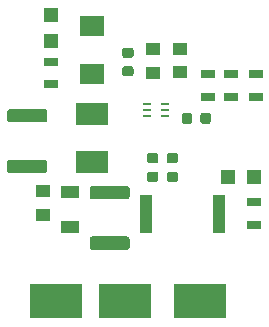
<source format=gtp>
G04 #@! TF.GenerationSoftware,KiCad,Pcbnew,(5.1.4-0-10_14)*
G04 #@! TF.CreationDate,2020-02-13T02:06:37-05:00*
G04 #@! TF.ProjectId,Buck_HighCurrent,4275636b-5f48-4696-9768-43757272656e,rev?*
G04 #@! TF.SameCoordinates,Original*
G04 #@! TF.FileFunction,Paste,Top*
G04 #@! TF.FilePolarity,Positive*
%FSLAX46Y46*%
G04 Gerber Fmt 4.6, Leading zero omitted, Abs format (unit mm)*
G04 Created by KiCad (PCBNEW (5.1.4-0-10_14)) date 2020-02-13 02:06:37*
%MOMM*%
%LPD*%
G04 APERTURE LIST*
%ADD10C,0.100000*%
%ADD11C,0.875000*%
%ADD12R,1.250000X1.000000*%
%ADD13R,1.600000X1.000000*%
%ADD14C,1.125000*%
%ADD15R,2.159000X1.778000*%
%ADD16R,1.200000X1.200000*%
%ADD17R,2.692400X1.981200*%
%ADD18R,1.300000X0.700000*%
%ADD19R,1.000000X3.200000*%
%ADD20R,0.700000X0.200000*%
%ADD21R,4.500000X3.000000*%
G04 APERTURE END LIST*
D10*
G36*
X107447911Y-116614473D02*
G01*
X107469146Y-116617623D01*
X107489970Y-116622839D01*
X107510182Y-116630071D01*
X107529588Y-116639250D01*
X107548001Y-116650286D01*
X107565244Y-116663074D01*
X107581150Y-116677490D01*
X107595566Y-116693396D01*
X107608354Y-116710639D01*
X107619390Y-116729052D01*
X107628569Y-116748458D01*
X107635801Y-116768670D01*
X107641017Y-116789494D01*
X107644167Y-116810729D01*
X107645220Y-116832170D01*
X107645220Y-117269670D01*
X107644167Y-117291111D01*
X107641017Y-117312346D01*
X107635801Y-117333170D01*
X107628569Y-117353382D01*
X107619390Y-117372788D01*
X107608354Y-117391201D01*
X107595566Y-117408444D01*
X107581150Y-117424350D01*
X107565244Y-117438766D01*
X107548001Y-117451554D01*
X107529588Y-117462590D01*
X107510182Y-117471769D01*
X107489970Y-117479001D01*
X107469146Y-117484217D01*
X107447911Y-117487367D01*
X107426470Y-117488420D01*
X106913970Y-117488420D01*
X106892529Y-117487367D01*
X106871294Y-117484217D01*
X106850470Y-117479001D01*
X106830258Y-117471769D01*
X106810852Y-117462590D01*
X106792439Y-117451554D01*
X106775196Y-117438766D01*
X106759290Y-117424350D01*
X106744874Y-117408444D01*
X106732086Y-117391201D01*
X106721050Y-117372788D01*
X106711871Y-117353382D01*
X106704639Y-117333170D01*
X106699423Y-117312346D01*
X106696273Y-117291111D01*
X106695220Y-117269670D01*
X106695220Y-116832170D01*
X106696273Y-116810729D01*
X106699423Y-116789494D01*
X106704639Y-116768670D01*
X106711871Y-116748458D01*
X106721050Y-116729052D01*
X106732086Y-116710639D01*
X106744874Y-116693396D01*
X106759290Y-116677490D01*
X106775196Y-116663074D01*
X106792439Y-116650286D01*
X106810852Y-116639250D01*
X106830258Y-116630071D01*
X106850470Y-116622839D01*
X106871294Y-116617623D01*
X106892529Y-116614473D01*
X106913970Y-116613420D01*
X107426470Y-116613420D01*
X107447911Y-116614473D01*
X107447911Y-116614473D01*
G37*
D11*
X107170220Y-117050920D03*
D10*
G36*
X107447911Y-115039473D02*
G01*
X107469146Y-115042623D01*
X107489970Y-115047839D01*
X107510182Y-115055071D01*
X107529588Y-115064250D01*
X107548001Y-115075286D01*
X107565244Y-115088074D01*
X107581150Y-115102490D01*
X107595566Y-115118396D01*
X107608354Y-115135639D01*
X107619390Y-115154052D01*
X107628569Y-115173458D01*
X107635801Y-115193670D01*
X107641017Y-115214494D01*
X107644167Y-115235729D01*
X107645220Y-115257170D01*
X107645220Y-115694670D01*
X107644167Y-115716111D01*
X107641017Y-115737346D01*
X107635801Y-115758170D01*
X107628569Y-115778382D01*
X107619390Y-115797788D01*
X107608354Y-115816201D01*
X107595566Y-115833444D01*
X107581150Y-115849350D01*
X107565244Y-115863766D01*
X107548001Y-115876554D01*
X107529588Y-115887590D01*
X107510182Y-115896769D01*
X107489970Y-115904001D01*
X107469146Y-115909217D01*
X107447911Y-115912367D01*
X107426470Y-115913420D01*
X106913970Y-115913420D01*
X106892529Y-115912367D01*
X106871294Y-115909217D01*
X106850470Y-115904001D01*
X106830258Y-115896769D01*
X106810852Y-115887590D01*
X106792439Y-115876554D01*
X106775196Y-115863766D01*
X106759290Y-115849350D01*
X106744874Y-115833444D01*
X106732086Y-115816201D01*
X106721050Y-115797788D01*
X106711871Y-115778382D01*
X106704639Y-115758170D01*
X106699423Y-115737346D01*
X106696273Y-115716111D01*
X106695220Y-115694670D01*
X106695220Y-115257170D01*
X106696273Y-115235729D01*
X106699423Y-115214494D01*
X106704639Y-115193670D01*
X106711871Y-115173458D01*
X106721050Y-115154052D01*
X106732086Y-115135639D01*
X106744874Y-115118396D01*
X106759290Y-115102490D01*
X106775196Y-115088074D01*
X106792439Y-115075286D01*
X106810852Y-115064250D01*
X106830258Y-115055071D01*
X106850470Y-115047839D01*
X106871294Y-115042623D01*
X106892529Y-115039473D01*
X106913970Y-115038420D01*
X107426470Y-115038420D01*
X107447911Y-115039473D01*
X107447911Y-115039473D01*
G37*
D11*
X107170220Y-115475920D03*
D12*
X109308900Y-115199920D03*
X109308900Y-117199920D03*
X111574580Y-117151660D03*
X111574580Y-115151660D03*
D10*
G36*
X112416651Y-120551973D02*
G01*
X112437886Y-120555123D01*
X112458710Y-120560339D01*
X112478922Y-120567571D01*
X112498328Y-120576750D01*
X112516741Y-120587786D01*
X112533984Y-120600574D01*
X112549890Y-120614990D01*
X112564306Y-120630896D01*
X112577094Y-120648139D01*
X112588130Y-120666552D01*
X112597309Y-120685958D01*
X112604541Y-120706170D01*
X112609757Y-120726994D01*
X112612907Y-120748229D01*
X112613960Y-120769670D01*
X112613960Y-121282170D01*
X112612907Y-121303611D01*
X112609757Y-121324846D01*
X112604541Y-121345670D01*
X112597309Y-121365882D01*
X112588130Y-121385288D01*
X112577094Y-121403701D01*
X112564306Y-121420944D01*
X112549890Y-121436850D01*
X112533984Y-121451266D01*
X112516741Y-121464054D01*
X112498328Y-121475090D01*
X112478922Y-121484269D01*
X112458710Y-121491501D01*
X112437886Y-121496717D01*
X112416651Y-121499867D01*
X112395210Y-121500920D01*
X111957710Y-121500920D01*
X111936269Y-121499867D01*
X111915034Y-121496717D01*
X111894210Y-121491501D01*
X111873998Y-121484269D01*
X111854592Y-121475090D01*
X111836179Y-121464054D01*
X111818936Y-121451266D01*
X111803030Y-121436850D01*
X111788614Y-121420944D01*
X111775826Y-121403701D01*
X111764790Y-121385288D01*
X111755611Y-121365882D01*
X111748379Y-121345670D01*
X111743163Y-121324846D01*
X111740013Y-121303611D01*
X111738960Y-121282170D01*
X111738960Y-120769670D01*
X111740013Y-120748229D01*
X111743163Y-120726994D01*
X111748379Y-120706170D01*
X111755611Y-120685958D01*
X111764790Y-120666552D01*
X111775826Y-120648139D01*
X111788614Y-120630896D01*
X111803030Y-120614990D01*
X111818936Y-120600574D01*
X111836179Y-120587786D01*
X111854592Y-120576750D01*
X111873998Y-120567571D01*
X111894210Y-120560339D01*
X111915034Y-120555123D01*
X111936269Y-120551973D01*
X111957710Y-120550920D01*
X112395210Y-120550920D01*
X112416651Y-120551973D01*
X112416651Y-120551973D01*
G37*
D11*
X112176460Y-121025920D03*
D10*
G36*
X113991651Y-120551973D02*
G01*
X114012886Y-120555123D01*
X114033710Y-120560339D01*
X114053922Y-120567571D01*
X114073328Y-120576750D01*
X114091741Y-120587786D01*
X114108984Y-120600574D01*
X114124890Y-120614990D01*
X114139306Y-120630896D01*
X114152094Y-120648139D01*
X114163130Y-120666552D01*
X114172309Y-120685958D01*
X114179541Y-120706170D01*
X114184757Y-120726994D01*
X114187907Y-120748229D01*
X114188960Y-120769670D01*
X114188960Y-121282170D01*
X114187907Y-121303611D01*
X114184757Y-121324846D01*
X114179541Y-121345670D01*
X114172309Y-121365882D01*
X114163130Y-121385288D01*
X114152094Y-121403701D01*
X114139306Y-121420944D01*
X114124890Y-121436850D01*
X114108984Y-121451266D01*
X114091741Y-121464054D01*
X114073328Y-121475090D01*
X114053922Y-121484269D01*
X114033710Y-121491501D01*
X114012886Y-121496717D01*
X113991651Y-121499867D01*
X113970210Y-121500920D01*
X113532710Y-121500920D01*
X113511269Y-121499867D01*
X113490034Y-121496717D01*
X113469210Y-121491501D01*
X113448998Y-121484269D01*
X113429592Y-121475090D01*
X113411179Y-121464054D01*
X113393936Y-121451266D01*
X113378030Y-121436850D01*
X113363614Y-121420944D01*
X113350826Y-121403701D01*
X113339790Y-121385288D01*
X113330611Y-121365882D01*
X113323379Y-121345670D01*
X113318163Y-121324846D01*
X113315013Y-121303611D01*
X113313960Y-121282170D01*
X113313960Y-120769670D01*
X113315013Y-120748229D01*
X113318163Y-120726994D01*
X113323379Y-120706170D01*
X113330611Y-120685958D01*
X113339790Y-120666552D01*
X113350826Y-120648139D01*
X113363614Y-120630896D01*
X113378030Y-120614990D01*
X113393936Y-120600574D01*
X113411179Y-120587786D01*
X113429592Y-120576750D01*
X113448998Y-120567571D01*
X113469210Y-120560339D01*
X113490034Y-120555123D01*
X113511269Y-120551973D01*
X113532710Y-120550920D01*
X113970210Y-120550920D01*
X113991651Y-120551973D01*
X113991651Y-120551973D01*
G37*
D11*
X113751460Y-121025920D03*
D12*
X100007420Y-127226820D03*
X100007420Y-129226820D03*
D13*
X102270560Y-127250060D03*
X102270560Y-130250060D03*
D10*
G36*
X107097865Y-126765004D02*
G01*
X107122133Y-126768604D01*
X107145932Y-126774565D01*
X107169031Y-126782830D01*
X107191210Y-126793320D01*
X107212253Y-126805932D01*
X107231959Y-126820547D01*
X107250137Y-126837023D01*
X107266613Y-126855201D01*
X107281228Y-126874907D01*
X107293840Y-126895950D01*
X107304330Y-126918129D01*
X107312595Y-126941228D01*
X107318556Y-126965027D01*
X107322156Y-126989295D01*
X107323360Y-127013799D01*
X107323360Y-127638801D01*
X107322156Y-127663305D01*
X107318556Y-127687573D01*
X107312595Y-127711372D01*
X107304330Y-127734471D01*
X107293840Y-127756650D01*
X107281228Y-127777693D01*
X107266613Y-127797399D01*
X107250137Y-127815577D01*
X107231959Y-127832053D01*
X107212253Y-127846668D01*
X107191210Y-127859280D01*
X107169031Y-127869770D01*
X107145932Y-127878035D01*
X107122133Y-127883996D01*
X107097865Y-127887596D01*
X107073361Y-127888800D01*
X104173359Y-127888800D01*
X104148855Y-127887596D01*
X104124587Y-127883996D01*
X104100788Y-127878035D01*
X104077689Y-127869770D01*
X104055510Y-127859280D01*
X104034467Y-127846668D01*
X104014761Y-127832053D01*
X103996583Y-127815577D01*
X103980107Y-127797399D01*
X103965492Y-127777693D01*
X103952880Y-127756650D01*
X103942390Y-127734471D01*
X103934125Y-127711372D01*
X103928164Y-127687573D01*
X103924564Y-127663305D01*
X103923360Y-127638801D01*
X103923360Y-127013799D01*
X103924564Y-126989295D01*
X103928164Y-126965027D01*
X103934125Y-126941228D01*
X103942390Y-126918129D01*
X103952880Y-126895950D01*
X103965492Y-126874907D01*
X103980107Y-126855201D01*
X103996583Y-126837023D01*
X104014761Y-126820547D01*
X104034467Y-126805932D01*
X104055510Y-126793320D01*
X104077689Y-126782830D01*
X104100788Y-126774565D01*
X104124587Y-126768604D01*
X104148855Y-126765004D01*
X104173359Y-126763800D01*
X107073361Y-126763800D01*
X107097865Y-126765004D01*
X107097865Y-126765004D01*
G37*
D14*
X105623360Y-127326300D03*
D10*
G36*
X107097865Y-131040004D02*
G01*
X107122133Y-131043604D01*
X107145932Y-131049565D01*
X107169031Y-131057830D01*
X107191210Y-131068320D01*
X107212253Y-131080932D01*
X107231959Y-131095547D01*
X107250137Y-131112023D01*
X107266613Y-131130201D01*
X107281228Y-131149907D01*
X107293840Y-131170950D01*
X107304330Y-131193129D01*
X107312595Y-131216228D01*
X107318556Y-131240027D01*
X107322156Y-131264295D01*
X107323360Y-131288799D01*
X107323360Y-131913801D01*
X107322156Y-131938305D01*
X107318556Y-131962573D01*
X107312595Y-131986372D01*
X107304330Y-132009471D01*
X107293840Y-132031650D01*
X107281228Y-132052693D01*
X107266613Y-132072399D01*
X107250137Y-132090577D01*
X107231959Y-132107053D01*
X107212253Y-132121668D01*
X107191210Y-132134280D01*
X107169031Y-132144770D01*
X107145932Y-132153035D01*
X107122133Y-132158996D01*
X107097865Y-132162596D01*
X107073361Y-132163800D01*
X104173359Y-132163800D01*
X104148855Y-132162596D01*
X104124587Y-132158996D01*
X104100788Y-132153035D01*
X104077689Y-132144770D01*
X104055510Y-132134280D01*
X104034467Y-132121668D01*
X104014761Y-132107053D01*
X103996583Y-132090577D01*
X103980107Y-132072399D01*
X103965492Y-132052693D01*
X103952880Y-132031650D01*
X103942390Y-132009471D01*
X103934125Y-131986372D01*
X103928164Y-131962573D01*
X103924564Y-131938305D01*
X103923360Y-131913801D01*
X103923360Y-131288799D01*
X103924564Y-131264295D01*
X103928164Y-131240027D01*
X103934125Y-131216228D01*
X103942390Y-131193129D01*
X103952880Y-131170950D01*
X103965492Y-131149907D01*
X103980107Y-131130201D01*
X103996583Y-131112023D01*
X104014761Y-131095547D01*
X104034467Y-131080932D01*
X104055510Y-131068320D01*
X104077689Y-131057830D01*
X104100788Y-131049565D01*
X104124587Y-131043604D01*
X104148855Y-131040004D01*
X104173359Y-131038800D01*
X107073361Y-131038800D01*
X107097865Y-131040004D01*
X107097865Y-131040004D01*
G37*
D14*
X105623360Y-131601300D03*
D10*
G36*
X111222351Y-123967573D02*
G01*
X111243586Y-123970723D01*
X111264410Y-123975939D01*
X111284622Y-123983171D01*
X111304028Y-123992350D01*
X111322441Y-124003386D01*
X111339684Y-124016174D01*
X111355590Y-124030590D01*
X111370006Y-124046496D01*
X111382794Y-124063739D01*
X111393830Y-124082152D01*
X111403009Y-124101558D01*
X111410241Y-124121770D01*
X111415457Y-124142594D01*
X111418607Y-124163829D01*
X111419660Y-124185270D01*
X111419660Y-124622770D01*
X111418607Y-124644211D01*
X111415457Y-124665446D01*
X111410241Y-124686270D01*
X111403009Y-124706482D01*
X111393830Y-124725888D01*
X111382794Y-124744301D01*
X111370006Y-124761544D01*
X111355590Y-124777450D01*
X111339684Y-124791866D01*
X111322441Y-124804654D01*
X111304028Y-124815690D01*
X111284622Y-124824869D01*
X111264410Y-124832101D01*
X111243586Y-124837317D01*
X111222351Y-124840467D01*
X111200910Y-124841520D01*
X110688410Y-124841520D01*
X110666969Y-124840467D01*
X110645734Y-124837317D01*
X110624910Y-124832101D01*
X110604698Y-124824869D01*
X110585292Y-124815690D01*
X110566879Y-124804654D01*
X110549636Y-124791866D01*
X110533730Y-124777450D01*
X110519314Y-124761544D01*
X110506526Y-124744301D01*
X110495490Y-124725888D01*
X110486311Y-124706482D01*
X110479079Y-124686270D01*
X110473863Y-124665446D01*
X110470713Y-124644211D01*
X110469660Y-124622770D01*
X110469660Y-124185270D01*
X110470713Y-124163829D01*
X110473863Y-124142594D01*
X110479079Y-124121770D01*
X110486311Y-124101558D01*
X110495490Y-124082152D01*
X110506526Y-124063739D01*
X110519314Y-124046496D01*
X110533730Y-124030590D01*
X110549636Y-124016174D01*
X110566879Y-124003386D01*
X110585292Y-123992350D01*
X110604698Y-123983171D01*
X110624910Y-123975939D01*
X110645734Y-123970723D01*
X110666969Y-123967573D01*
X110688410Y-123966520D01*
X111200910Y-123966520D01*
X111222351Y-123967573D01*
X111222351Y-123967573D01*
G37*
D11*
X110944660Y-124404020D03*
D10*
G36*
X111222351Y-125542573D02*
G01*
X111243586Y-125545723D01*
X111264410Y-125550939D01*
X111284622Y-125558171D01*
X111304028Y-125567350D01*
X111322441Y-125578386D01*
X111339684Y-125591174D01*
X111355590Y-125605590D01*
X111370006Y-125621496D01*
X111382794Y-125638739D01*
X111393830Y-125657152D01*
X111403009Y-125676558D01*
X111410241Y-125696770D01*
X111415457Y-125717594D01*
X111418607Y-125738829D01*
X111419660Y-125760270D01*
X111419660Y-126197770D01*
X111418607Y-126219211D01*
X111415457Y-126240446D01*
X111410241Y-126261270D01*
X111403009Y-126281482D01*
X111393830Y-126300888D01*
X111382794Y-126319301D01*
X111370006Y-126336544D01*
X111355590Y-126352450D01*
X111339684Y-126366866D01*
X111322441Y-126379654D01*
X111304028Y-126390690D01*
X111284622Y-126399869D01*
X111264410Y-126407101D01*
X111243586Y-126412317D01*
X111222351Y-126415467D01*
X111200910Y-126416520D01*
X110688410Y-126416520D01*
X110666969Y-126415467D01*
X110645734Y-126412317D01*
X110624910Y-126407101D01*
X110604698Y-126399869D01*
X110585292Y-126390690D01*
X110566879Y-126379654D01*
X110549636Y-126366866D01*
X110533730Y-126352450D01*
X110519314Y-126336544D01*
X110506526Y-126319301D01*
X110495490Y-126300888D01*
X110486311Y-126281482D01*
X110479079Y-126261270D01*
X110473863Y-126240446D01*
X110470713Y-126219211D01*
X110469660Y-126197770D01*
X110469660Y-125760270D01*
X110470713Y-125738829D01*
X110473863Y-125717594D01*
X110479079Y-125696770D01*
X110486311Y-125676558D01*
X110495490Y-125657152D01*
X110506526Y-125638739D01*
X110519314Y-125621496D01*
X110533730Y-125605590D01*
X110549636Y-125591174D01*
X110566879Y-125578386D01*
X110585292Y-125567350D01*
X110604698Y-125558171D01*
X110624910Y-125550939D01*
X110645734Y-125545723D01*
X110666969Y-125542573D01*
X110688410Y-125541520D01*
X111200910Y-125541520D01*
X111222351Y-125542573D01*
X111222351Y-125542573D01*
G37*
D11*
X110944660Y-125979020D03*
D15*
X104096820Y-113190020D03*
X104096820Y-117254020D03*
D16*
X100688140Y-114483060D03*
X100688140Y-112283060D03*
X115661260Y-125991620D03*
X117861260Y-125991620D03*
D10*
G36*
X100110325Y-120254984D02*
G01*
X100134593Y-120258584D01*
X100158392Y-120264545D01*
X100181491Y-120272810D01*
X100203670Y-120283300D01*
X100224713Y-120295912D01*
X100244419Y-120310527D01*
X100262597Y-120327003D01*
X100279073Y-120345181D01*
X100293688Y-120364887D01*
X100306300Y-120385930D01*
X100316790Y-120408109D01*
X100325055Y-120431208D01*
X100331016Y-120455007D01*
X100334616Y-120479275D01*
X100335820Y-120503779D01*
X100335820Y-121128781D01*
X100334616Y-121153285D01*
X100331016Y-121177553D01*
X100325055Y-121201352D01*
X100316790Y-121224451D01*
X100306300Y-121246630D01*
X100293688Y-121267673D01*
X100279073Y-121287379D01*
X100262597Y-121305557D01*
X100244419Y-121322033D01*
X100224713Y-121336648D01*
X100203670Y-121349260D01*
X100181491Y-121359750D01*
X100158392Y-121368015D01*
X100134593Y-121373976D01*
X100110325Y-121377576D01*
X100085821Y-121378780D01*
X97185819Y-121378780D01*
X97161315Y-121377576D01*
X97137047Y-121373976D01*
X97113248Y-121368015D01*
X97090149Y-121359750D01*
X97067970Y-121349260D01*
X97046927Y-121336648D01*
X97027221Y-121322033D01*
X97009043Y-121305557D01*
X96992567Y-121287379D01*
X96977952Y-121267673D01*
X96965340Y-121246630D01*
X96954850Y-121224451D01*
X96946585Y-121201352D01*
X96940624Y-121177553D01*
X96937024Y-121153285D01*
X96935820Y-121128781D01*
X96935820Y-120503779D01*
X96937024Y-120479275D01*
X96940624Y-120455007D01*
X96946585Y-120431208D01*
X96954850Y-120408109D01*
X96965340Y-120385930D01*
X96977952Y-120364887D01*
X96992567Y-120345181D01*
X97009043Y-120327003D01*
X97027221Y-120310527D01*
X97046927Y-120295912D01*
X97067970Y-120283300D01*
X97090149Y-120272810D01*
X97113248Y-120264545D01*
X97137047Y-120258584D01*
X97161315Y-120254984D01*
X97185819Y-120253780D01*
X100085821Y-120253780D01*
X100110325Y-120254984D01*
X100110325Y-120254984D01*
G37*
D14*
X98635820Y-120816280D03*
D10*
G36*
X100110325Y-124529984D02*
G01*
X100134593Y-124533584D01*
X100158392Y-124539545D01*
X100181491Y-124547810D01*
X100203670Y-124558300D01*
X100224713Y-124570912D01*
X100244419Y-124585527D01*
X100262597Y-124602003D01*
X100279073Y-124620181D01*
X100293688Y-124639887D01*
X100306300Y-124660930D01*
X100316790Y-124683109D01*
X100325055Y-124706208D01*
X100331016Y-124730007D01*
X100334616Y-124754275D01*
X100335820Y-124778779D01*
X100335820Y-125403781D01*
X100334616Y-125428285D01*
X100331016Y-125452553D01*
X100325055Y-125476352D01*
X100316790Y-125499451D01*
X100306300Y-125521630D01*
X100293688Y-125542673D01*
X100279073Y-125562379D01*
X100262597Y-125580557D01*
X100244419Y-125597033D01*
X100224713Y-125611648D01*
X100203670Y-125624260D01*
X100181491Y-125634750D01*
X100158392Y-125643015D01*
X100134593Y-125648976D01*
X100110325Y-125652576D01*
X100085821Y-125653780D01*
X97185819Y-125653780D01*
X97161315Y-125652576D01*
X97137047Y-125648976D01*
X97113248Y-125643015D01*
X97090149Y-125634750D01*
X97067970Y-125624260D01*
X97046927Y-125611648D01*
X97027221Y-125597033D01*
X97009043Y-125580557D01*
X96992567Y-125562379D01*
X96977952Y-125542673D01*
X96965340Y-125521630D01*
X96954850Y-125499451D01*
X96946585Y-125476352D01*
X96940624Y-125452553D01*
X96937024Y-125428285D01*
X96935820Y-125403781D01*
X96935820Y-124778779D01*
X96937024Y-124754275D01*
X96940624Y-124730007D01*
X96946585Y-124706208D01*
X96954850Y-124683109D01*
X96965340Y-124660930D01*
X96977952Y-124639887D01*
X96992567Y-124620181D01*
X97009043Y-124602003D01*
X97027221Y-124585527D01*
X97046927Y-124570912D01*
X97067970Y-124558300D01*
X97090149Y-124547810D01*
X97113248Y-124539545D01*
X97137047Y-124533584D01*
X97161315Y-124529984D01*
X97185819Y-124528780D01*
X100085821Y-124528780D01*
X100110325Y-124529984D01*
X100110325Y-124529984D01*
G37*
D14*
X98635820Y-125091280D03*
D17*
X104114600Y-124714000D03*
X104114600Y-120650000D03*
D18*
X113964720Y-119222560D03*
X113964720Y-117322560D03*
X115940840Y-117322560D03*
X115940840Y-119222560D03*
X117975380Y-117309860D03*
X117975380Y-119209860D03*
D19*
X114885400Y-129123440D03*
X108685400Y-129123440D03*
D18*
X117815360Y-128135340D03*
X117815360Y-130035340D03*
D10*
G36*
X109545951Y-125542573D02*
G01*
X109567186Y-125545723D01*
X109588010Y-125550939D01*
X109608222Y-125558171D01*
X109627628Y-125567350D01*
X109646041Y-125578386D01*
X109663284Y-125591174D01*
X109679190Y-125605590D01*
X109693606Y-125621496D01*
X109706394Y-125638739D01*
X109717430Y-125657152D01*
X109726609Y-125676558D01*
X109733841Y-125696770D01*
X109739057Y-125717594D01*
X109742207Y-125738829D01*
X109743260Y-125760270D01*
X109743260Y-126197770D01*
X109742207Y-126219211D01*
X109739057Y-126240446D01*
X109733841Y-126261270D01*
X109726609Y-126281482D01*
X109717430Y-126300888D01*
X109706394Y-126319301D01*
X109693606Y-126336544D01*
X109679190Y-126352450D01*
X109663284Y-126366866D01*
X109646041Y-126379654D01*
X109627628Y-126390690D01*
X109608222Y-126399869D01*
X109588010Y-126407101D01*
X109567186Y-126412317D01*
X109545951Y-126415467D01*
X109524510Y-126416520D01*
X109012010Y-126416520D01*
X108990569Y-126415467D01*
X108969334Y-126412317D01*
X108948510Y-126407101D01*
X108928298Y-126399869D01*
X108908892Y-126390690D01*
X108890479Y-126379654D01*
X108873236Y-126366866D01*
X108857330Y-126352450D01*
X108842914Y-126336544D01*
X108830126Y-126319301D01*
X108819090Y-126300888D01*
X108809911Y-126281482D01*
X108802679Y-126261270D01*
X108797463Y-126240446D01*
X108794313Y-126219211D01*
X108793260Y-126197770D01*
X108793260Y-125760270D01*
X108794313Y-125738829D01*
X108797463Y-125717594D01*
X108802679Y-125696770D01*
X108809911Y-125676558D01*
X108819090Y-125657152D01*
X108830126Y-125638739D01*
X108842914Y-125621496D01*
X108857330Y-125605590D01*
X108873236Y-125591174D01*
X108890479Y-125578386D01*
X108908892Y-125567350D01*
X108928298Y-125558171D01*
X108948510Y-125550939D01*
X108969334Y-125545723D01*
X108990569Y-125542573D01*
X109012010Y-125541520D01*
X109524510Y-125541520D01*
X109545951Y-125542573D01*
X109545951Y-125542573D01*
G37*
D11*
X109268260Y-125979020D03*
D10*
G36*
X109545951Y-123967573D02*
G01*
X109567186Y-123970723D01*
X109588010Y-123975939D01*
X109608222Y-123983171D01*
X109627628Y-123992350D01*
X109646041Y-124003386D01*
X109663284Y-124016174D01*
X109679190Y-124030590D01*
X109693606Y-124046496D01*
X109706394Y-124063739D01*
X109717430Y-124082152D01*
X109726609Y-124101558D01*
X109733841Y-124121770D01*
X109739057Y-124142594D01*
X109742207Y-124163829D01*
X109743260Y-124185270D01*
X109743260Y-124622770D01*
X109742207Y-124644211D01*
X109739057Y-124665446D01*
X109733841Y-124686270D01*
X109726609Y-124706482D01*
X109717430Y-124725888D01*
X109706394Y-124744301D01*
X109693606Y-124761544D01*
X109679190Y-124777450D01*
X109663284Y-124791866D01*
X109646041Y-124804654D01*
X109627628Y-124815690D01*
X109608222Y-124824869D01*
X109588010Y-124832101D01*
X109567186Y-124837317D01*
X109545951Y-124840467D01*
X109524510Y-124841520D01*
X109012010Y-124841520D01*
X108990569Y-124840467D01*
X108969334Y-124837317D01*
X108948510Y-124832101D01*
X108928298Y-124824869D01*
X108908892Y-124815690D01*
X108890479Y-124804654D01*
X108873236Y-124791866D01*
X108857330Y-124777450D01*
X108842914Y-124761544D01*
X108830126Y-124744301D01*
X108819090Y-124725888D01*
X108809911Y-124706482D01*
X108802679Y-124686270D01*
X108797463Y-124665446D01*
X108794313Y-124644211D01*
X108793260Y-124622770D01*
X108793260Y-124185270D01*
X108794313Y-124163829D01*
X108797463Y-124142594D01*
X108802679Y-124121770D01*
X108809911Y-124101558D01*
X108819090Y-124082152D01*
X108830126Y-124063739D01*
X108842914Y-124046496D01*
X108857330Y-124030590D01*
X108873236Y-124016174D01*
X108890479Y-124003386D01*
X108908892Y-123992350D01*
X108928298Y-123983171D01*
X108948510Y-123975939D01*
X108969334Y-123970723D01*
X108990569Y-123967573D01*
X109012010Y-123966520D01*
X109524510Y-123966520D01*
X109545951Y-123967573D01*
X109545951Y-123967573D01*
G37*
D11*
X109268260Y-124404020D03*
D20*
X108802740Y-119860440D03*
X108802740Y-120860440D03*
X110302740Y-119860440D03*
X108802740Y-120360440D03*
X110302740Y-120860440D03*
X110302740Y-120360440D03*
D21*
X101119940Y-136519920D03*
X113263680Y-136542780D03*
X106936540Y-136519920D03*
D18*
X100660200Y-118168460D03*
X100660200Y-116268460D03*
M02*

</source>
